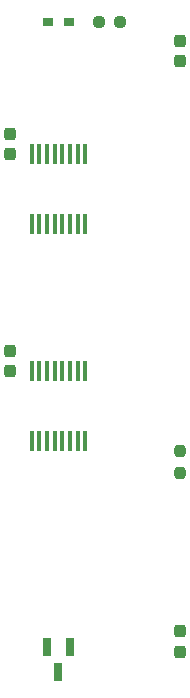
<source format=gbr>
G04 #@! TF.GenerationSoftware,KiCad,Pcbnew,9.0.6-9.0.6~ubuntu25.10.1*
G04 #@! TF.CreationDate,2025-12-24T18:24:09+09:00*
G04 #@! TF.ProjectId,bionic-ns32016,62696f6e-6963-42d6-9e73-33323031362e,2*
G04 #@! TF.SameCoordinates,Original*
G04 #@! TF.FileFunction,Paste,Top*
G04 #@! TF.FilePolarity,Positive*
%FSLAX46Y46*%
G04 Gerber Fmt 4.6, Leading zero omitted, Abs format (unit mm)*
G04 Created by KiCad (PCBNEW 9.0.6-9.0.6~ubuntu25.10.1) date 2025-12-24 18:24:09*
%MOMM*%
%LPD*%
G01*
G04 APERTURE LIST*
G04 Aperture macros list*
%AMRoundRect*
0 Rectangle with rounded corners*
0 $1 Rounding radius*
0 $2 $3 $4 $5 $6 $7 $8 $9 X,Y pos of 4 corners*
0 Add a 4 corners polygon primitive as box body*
4,1,4,$2,$3,$4,$5,$6,$7,$8,$9,$2,$3,0*
0 Add four circle primitives for the rounded corners*
1,1,$1+$1,$2,$3*
1,1,$1+$1,$4,$5*
1,1,$1+$1,$6,$7*
1,1,$1+$1,$8,$9*
0 Add four rect primitives between the rounded corners*
20,1,$1+$1,$2,$3,$4,$5,0*
20,1,$1+$1,$4,$5,$6,$7,0*
20,1,$1+$1,$6,$7,$8,$9,0*
20,1,$1+$1,$8,$9,$2,$3,0*%
G04 Aperture macros list end*
%ADD10R,0.355600X1.778000*%
%ADD11R,0.965200X0.762000*%
%ADD12RoundRect,0.237500X-0.237500X0.300000X-0.237500X-0.300000X0.237500X-0.300000X0.237500X0.300000X0*%
%ADD13RoundRect,0.237500X0.237500X-0.250000X0.237500X0.250000X-0.237500X0.250000X-0.237500X-0.250000X0*%
%ADD14RoundRect,0.237500X0.237500X-0.300000X0.237500X0.300000X-0.237500X0.300000X-0.237500X-0.300000X0*%
%ADD15R,0.660400X1.625600*%
%ADD16RoundRect,0.237500X-0.250000X-0.237500X0.250000X-0.237500X0.250000X0.237500X-0.250000X0.237500X0*%
G04 APERTURE END LIST*
D10*
X111425001Y-101318200D03*
X112075002Y-101318200D03*
X112725001Y-101318200D03*
X113375002Y-101318200D03*
X114025001Y-101318200D03*
X114674999Y-101318200D03*
X115325001Y-101318200D03*
X115974999Y-101318200D03*
X115974999Y-107261800D03*
X115324998Y-107261800D03*
X114674999Y-107261800D03*
X114024998Y-107261800D03*
X113374999Y-107261800D03*
X112725001Y-107261800D03*
X112074999Y-107261800D03*
X111425001Y-107261800D03*
X111425001Y-88872200D03*
X112074999Y-88872200D03*
X112725001Y-88872200D03*
X113374999Y-88872200D03*
X114024998Y-88872200D03*
X114674999Y-88872200D03*
X115324998Y-88872200D03*
X115974999Y-88872200D03*
X115974999Y-82928600D03*
X115325001Y-82928600D03*
X114674999Y-82928600D03*
X114025001Y-82928600D03*
X113375002Y-82928600D03*
X112725001Y-82928600D03*
X112075002Y-82928600D03*
X111425001Y-82928600D03*
D11*
X114576300Y-71778000D03*
X112823700Y-71778000D03*
D12*
X123987000Y-123342200D03*
X123987000Y-125067200D03*
D13*
X124012400Y-109926900D03*
X124012400Y-108101900D03*
D14*
X109636000Y-82927500D03*
X109636000Y-81202500D03*
X109610600Y-101318200D03*
X109610600Y-99593200D03*
X123987000Y-75080000D03*
X123987000Y-73355000D03*
D15*
X114650001Y-124637000D03*
X112749999Y-124637000D03*
X113700000Y-126769000D03*
D16*
X117105500Y-71778000D03*
X118930500Y-71778000D03*
M02*

</source>
